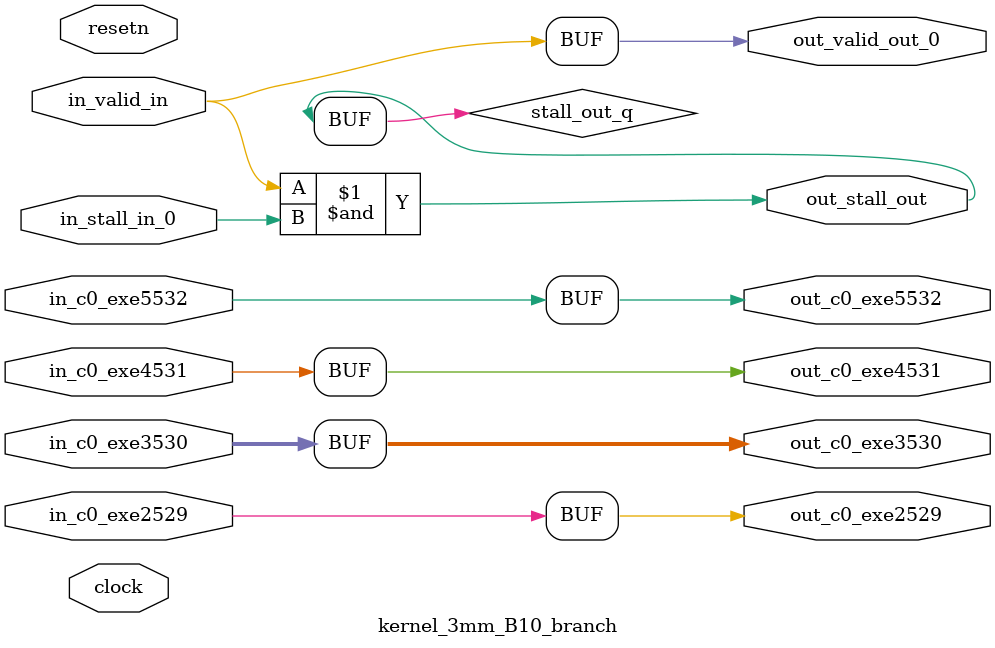
<source format=sv>



(* altera_attribute = "-name AUTO_SHIFT_REGISTER_RECOGNITION OFF; -name MESSAGE_DISABLE 10036; -name MESSAGE_DISABLE 10037; -name MESSAGE_DISABLE 14130; -name MESSAGE_DISABLE 14320; -name MESSAGE_DISABLE 15400; -name MESSAGE_DISABLE 14130; -name MESSAGE_DISABLE 10036; -name MESSAGE_DISABLE 12020; -name MESSAGE_DISABLE 12030; -name MESSAGE_DISABLE 12010; -name MESSAGE_DISABLE 12110; -name MESSAGE_DISABLE 14320; -name MESSAGE_DISABLE 13410; -name MESSAGE_DISABLE 113007; -name MESSAGE_DISABLE 10958" *)
module kernel_3mm_B10_branch (
    input wire [0:0] in_c0_exe2529,
    input wire [31:0] in_c0_exe3530,
    input wire [0:0] in_c0_exe4531,
    input wire [0:0] in_c0_exe5532,
    input wire [0:0] in_stall_in_0,
    input wire [0:0] in_valid_in,
    output wire [0:0] out_c0_exe2529,
    output wire [31:0] out_c0_exe3530,
    output wire [0:0] out_c0_exe4531,
    output wire [0:0] out_c0_exe5532,
    output wire [0:0] out_stall_out,
    output wire [0:0] out_valid_out_0,
    input wire clock,
    input wire resetn
    );

    wire [0:0] stall_out_q;


    // out_c0_exe2529(GPOUT,8)
    assign out_c0_exe2529 = in_c0_exe2529;

    // out_c0_exe3530(GPOUT,9)
    assign out_c0_exe3530 = in_c0_exe3530;

    // out_c0_exe4531(GPOUT,10)
    assign out_c0_exe4531 = in_c0_exe4531;

    // out_c0_exe5532(GPOUT,11)
    assign out_c0_exe5532 = in_c0_exe5532;

    // stall_out(LOGICAL,14)
    assign stall_out_q = in_valid_in & in_stall_in_0;

    // out_stall_out(GPOUT,12)
    assign out_stall_out = stall_out_q;

    // out_valid_out_0(GPOUT,13)
    assign out_valid_out_0 = in_valid_in;

endmodule

</source>
